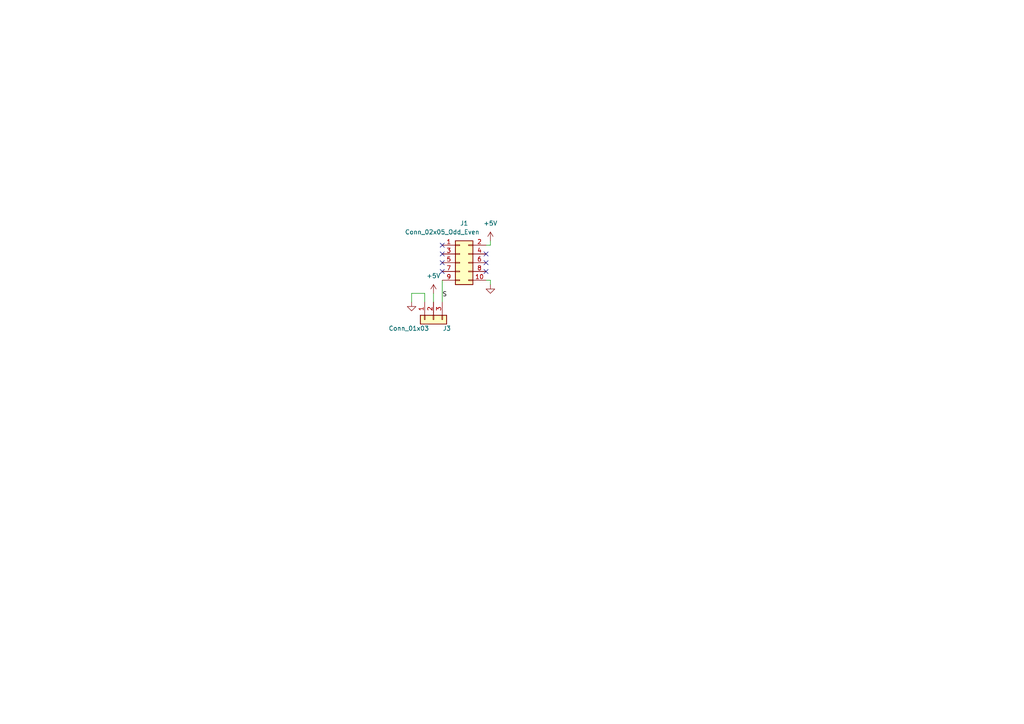
<source format=kicad_sch>
(kicad_sch (version 20230121) (generator eeschema)
  (paper "A4")
  (lib_symbols
    (symbol "Connector_Generic:Conn_01x03" (pin_names (offset 1.016) hide)
      (property "Reference" "J" (at 0 5.08 0))
      (property "Value" "Conn_01x03" (at 0 -5.08 0))
      (symbol "Conn_01x03_1_1"
        (rectangle (start -1.27 -2.413) (end 0 -2.667) (stroke (width 0.1524)))
        (rectangle (start -1.27 0.127) (end 0 -0.127) (stroke (width 0.1524)))
        (rectangle (start -1.27 2.667) (end 0 2.413) (stroke (width 0.1524)))
        (rectangle (start -1.27 3.81) (end 1.27 -3.81) (stroke (width 0.254)) (fill (type background)))
        (pin passive line (at -5.08 2.54 0) (length 3.81) (name "Pin_1") (number "1"))
        (pin passive line (at -5.08 0 0) (length 3.81) (name "Pin_2") (number "2"))
        (pin passive line (at -5.08 -2.54 0) (length 3.81) (name "Pin_3") (number "3"))
      )
    )
    (symbol "Connector_Generic:Conn_02x05_Odd_Even" (pin_names (offset 1.016) hide)
      (property "Reference" "J" (at 1.27 7.62 0))
      (property "Value" "Conn_02x05_Odd_Even" (at 1.27 -7.62 0))
      (symbol "Conn_02x05_Odd_Even_1_1"
        (rectangle (start -1.27 -4.953) (end 0 -5.207) (stroke (width 0.1524)))
        (rectangle (start -1.27 -2.413) (end 0 -2.667) (stroke (width 0.1524)))
        (rectangle (start -1.27 0.127) (end 0 -0.127) (stroke (width 0.1524)))
        (rectangle (start -1.27 2.667) (end 0 2.413) (stroke (width 0.1524)))
        (rectangle (start -1.27 5.207) (end 0 4.953) (stroke (width 0.1524)))
        (rectangle (start -1.27 6.35) (end 3.81 -6.35) (stroke (width 0.254)) (fill (type background)))
        (rectangle (start 3.81 -4.953) (end 2.54 -5.207) (stroke (width 0.1524)))
        (rectangle (start 3.81 -2.413) (end 2.54 -2.667) (stroke (width 0.1524)))
        (rectangle (start 3.81 0.127) (end 2.54 -0.127) (stroke (width 0.1524)))
        (rectangle (start 3.81 2.667) (end 2.54 2.413) (stroke (width 0.1524)))
        (rectangle (start 3.81 5.207) (end 2.54 4.953) (stroke (width 0.1524)))
        (pin passive line (at -5.08 5.08 0) (length 3.81) (name "Pin_1") (number "1"))
        (pin passive line (at 7.62 -5.08 180) (length 3.81) (name "Pin_10") (number "10"))
        (pin passive line (at 7.62 5.08 180) (length 3.81) (name "Pin_2") (number "2"))
        (pin passive line (at -5.08 2.54 0) (length 3.81) (name "Pin_3") (number "3"))
        (pin passive line (at 7.62 2.54 180) (length 3.81) (name "Pin_4") (number "4"))
        (pin passive line (at -5.08 0 0) (length 3.81) (name "Pin_5") (number "5"))
        (pin passive line (at 7.62 0 180) (length 3.81) (name "Pin_6") (number "6"))
        (pin passive line (at -5.08 -2.54 0) (length 3.81) (name "Pin_7") (number "7"))
        (pin passive line (at 7.62 -2.54 180) (length 3.81) (name "Pin_8") (number "8"))
        (pin passive line (at -5.08 -5.08 0) (length 3.81) (name "Pin_9") (number "9"))
      )
    )
    (symbol "power:+5V" (power) (pin_names (offset 0))
      (property "Value" "+5V" (at 0 3.556 0))
      (symbol "+5V_0_1"
        (polyline (pts (xy -0.762 1.27) (xy 0 2.54)))
        (polyline (pts (xy 0 0) (xy 0 2.54)))
        (polyline (pts (xy 0 2.54) (xy 0.762 1.27)))
      )
      (symbol "+5V_1_1"
        (pin power_in line (at 0 0 90) (length 0) hide (name "+5V") (number "1"))
      )
    )
    (symbol "power:GND" (power) (pin_names (offset 0))
      (property "Value" "GND" (at 0 -3.81 0))
      (symbol "GND_0_1"
        (polyline (pts (xy 0 0) (xy 0 -1.27) (xy 1.27 -1.27) (xy 0 -2.54) (xy -1.27 -1.27) (xy 0 -1.27)))
      )
      (symbol "GND_1_1"
        (pin power_in line (at 0 0 270) (length 0) hide (name "GND") (number "1"))
      )
    )
  )
  (no_connect (at 128.27 73.66))
  (no_connect (at 128.27 71.12))
  (no_connect (at 128.27 78.74))
  (no_connect (at 140.97 76.2))
  (no_connect (at 140.97 73.66))
  (no_connect (at 128.27 76.2))
  (no_connect (at 140.97 78.74))
  (wire (pts (xy 123.19 85.09) (xy 123.19 87.63)))
  (wire (pts (xy 119.38 85.09) (xy 123.19 85.09)))
  (wire (pts (xy 119.38 87.63) (xy 119.38 85.09)))
  (wire (pts (xy 128.27 81.28) (xy 128.27 87.63)))
  (wire (pts (xy 142.24 71.12) (xy 142.24 69.85)))
  (wire (pts (xy 142.24 82.55) (xy 142.24 81.28)))
  (wire (pts (xy 125.73 85.09) (xy 125.73 87.63)))
  (wire (pts (xy 140.97 71.12) (xy 142.24 71.12)))
  (wire (pts (xy 142.24 81.28) (xy 140.97 81.28)))
  (label "S" (at 128.27 86.36 0))
  (symbol (lib_id "power:+5V") (at 142.24 69.85 0) (unit 1)
    (property "Reference" "#PWR03" (effects hide))
    (property "Value" "+5V" (at 142.24 64.77 0))
  )
  (symbol (lib_id "power:GND") (at 142.24 82.55 0) (unit 1)
    (property "Reference" "#PWR04" (effects hide))
    (property "Value" "GND" (effects hide))
  )
  (symbol (lib_id "power:GND") (at 119.38 87.63 0) (unit 1)
    (property "Reference" "#PWR01" (effects hide))
    (property "Value" "GND" (effects hide))
  )
  (symbol (lib_id "Connector_Generic:Conn_01x03") (at 125.73 92.71 90) (mirror x) (unit 1)
    (property "Reference" "J3" (at 130.81 95.25 90) (effects (justify left)))
    (property "Value" "Conn_01x03" (at 124.46 95.25 90) (effects (justify left)))
  )
  (symbol (lib_id "Connector_Generic:Conn_02x05_Odd_Even") (at 133.35 76.2 0) (unit 1)
    (property "Reference" "J1" (at 134.62 64.77 0))
    (property "Value" "Conn_02x05_Odd_Even" (at 128.27 67.31 0))
    (property "Footprint" "Library:3220-10-0300-00" (effects hide))
  )
  (symbol (lib_id "power:+5V") (at 125.73 85.09 0) (unit 1)
    (property "Reference" "#PWR02" (effects hide))
    (property "Value" "+5V" (at 125.73 80.01 0))
  )
)
</source>
